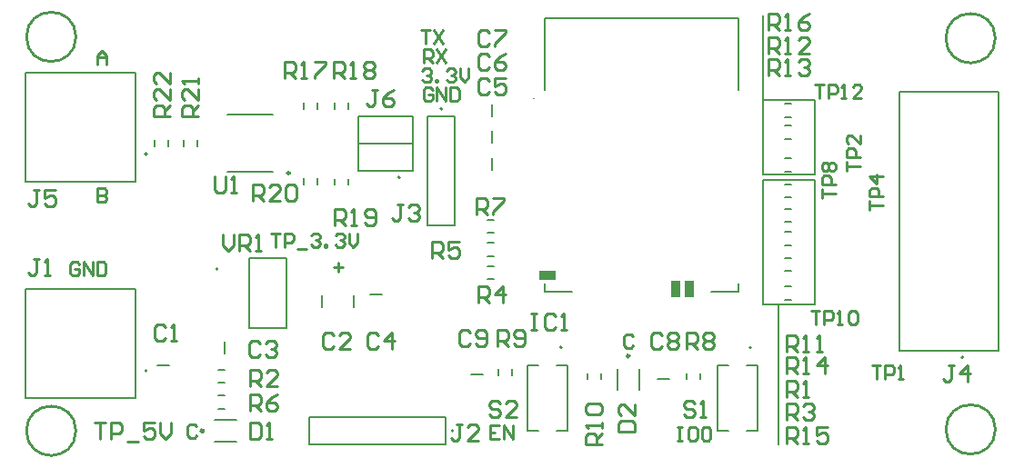
<source format=gto>
G04*
G04 #@! TF.GenerationSoftware,Altium Limited,Altium Designer,25.4.2 (15)*
G04*
G04 Layer_Color=65535*
%FSLAX44Y44*%
%MOMM*%
G71*
G04*
G04 #@! TF.SameCoordinates,8EE26F3C-D7A1-4C18-BBE8-6C97D16B18D0*
G04*
G04*
G04 #@! TF.FilePolarity,Positive*
G04*
G01*
G75*
%ADD10C,0.2000*%
%ADD11C,0.1000*%
%ADD12C,0.3000*%
%ADD13C,0.2540*%
%ADD14R,1.5000X0.9000*%
%ADD15R,0.9000X1.5000*%
%ADD16C,0.1270*%
%ADD17C,0.1524*%
D10*
X401200Y26670D02*
G03*
X401200Y26670I-1000J0D01*
G01*
X876030Y95100D02*
G03*
X876030Y95100I-1000J0D01*
G01*
X182100Y177440D02*
G03*
X182100Y177440I-1000J0D01*
G01*
X678580Y104350D02*
G03*
X678580Y104350I-1000J0D01*
G01*
X502050D02*
G03*
X502050Y104350I-1000J0D01*
G01*
X390890Y326740D02*
G03*
X390890Y326740I-1000J0D01*
G01*
X351520Y262740D02*
G03*
X351520Y262740I-1000J0D01*
G01*
X115880Y82550D02*
G03*
X115880Y82550I-1000J0D01*
G01*
Y284480D02*
G03*
X115880Y284480I-1000J0D01*
G01*
X266700Y13970D02*
Y39370D01*
X393700Y13970D02*
Y39370D01*
X266700D02*
X393700D01*
X266700Y13970D02*
X393700D01*
X312420Y294640D02*
X363220D01*
X125310Y87630D02*
X136310D01*
X689610Y335280D02*
Y414020D01*
Y265430D02*
Y335280D01*
X737870D01*
Y265430D02*
Y335280D01*
X689610Y265430D02*
X737870D01*
X703580Y13970D02*
Y144780D01*
X708237D01*
X690880D02*
X708237D01*
X689610D02*
Y260350D01*
X737870D01*
Y144780D02*
Y260350D01*
X689610Y144780D02*
X737870D01*
X486450Y343950D02*
Y411450D01*
X666450D01*
Y343950D02*
Y411450D01*
Y156450D02*
Y163950D01*
X641450Y156450D02*
X666450D01*
X486450D02*
X511450D01*
X486450D02*
Y163950D01*
X908680Y101600D02*
Y342900D01*
X815980Y101600D02*
Y342900D01*
X908680D01*
X815980Y101600D02*
X908680D01*
X591400Y75040D02*
X602400D01*
X417410Y78850D02*
X428410D01*
X377190Y218440D02*
Y320040D01*
X402590Y218440D02*
Y320040D01*
X377190Y218440D02*
X402590D01*
X377190Y320040D02*
X402590D01*
X436880Y270090D02*
Y281090D01*
Y295490D02*
Y306490D01*
Y319620D02*
Y330620D01*
X312420Y269240D02*
X363220D01*
X312420Y320040D02*
X363220D01*
X312420Y269240D02*
Y320040D01*
X363220Y269240D02*
Y320040D01*
X323430Y153670D02*
X334430D01*
X187960Y98640D02*
Y109640D01*
D11*
X475450Y336550D02*
G03*
X476450Y336550I500J0D01*
G01*
D02*
G03*
X475450Y336550I-500J0D01*
G01*
D12*
X564880Y96520D02*
G03*
X564880Y96520I-1000J0D01*
G01*
X168230Y26670D02*
G03*
X168230Y26670I-1000J0D01*
G01*
D13*
X248920Y266700D02*
G03*
X248920Y266700I-1270J0D01*
G01*
X49670Y26670D02*
G03*
X49670Y26670I-23000J0D01*
G01*
Y393700D02*
G03*
X49670Y393700I-23000J0D01*
G01*
X905650Y392430D02*
G03*
X905650Y392430I-23000J0D01*
G01*
Y27940D02*
G03*
X905650Y27940I-23000J0D01*
G01*
X289560Y179392D02*
X297824D01*
X293692Y183524D02*
Y175260D01*
X568334Y114470D02*
X566268Y116536D01*
X562136D01*
X560070Y114470D01*
Y106206D01*
X562136Y104140D01*
X566268D01*
X568334Y106206D01*
X52714Y181780D02*
X50648Y183846D01*
X46516D01*
X44450Y181780D01*
Y173516D01*
X46516Y171450D01*
X50648D01*
X52714Y173516D01*
Y177648D01*
X48582D01*
X56846Y171450D02*
Y183846D01*
X65110Y171450D01*
Y183846D01*
X69242D02*
Y171450D01*
X75440D01*
X77506Y173516D01*
Y181780D01*
X75440Y183846D01*
X69242D01*
X69850Y252426D02*
Y240030D01*
X76048D01*
X78114Y242096D01*
Y244162D01*
X76048Y246228D01*
X69850D01*
X76048D01*
X78114Y248294D01*
Y250360D01*
X76048Y252426D01*
X69850D01*
Y368300D02*
Y376564D01*
X73982Y380696D01*
X78114Y376564D01*
Y368300D01*
Y374498D01*
X69850D01*
X372110Y362120D02*
X374176Y364186D01*
X378308D01*
X380374Y362120D01*
Y360054D01*
X378308Y357988D01*
X376242D01*
X378308D01*
X380374Y355922D01*
Y353856D01*
X378308Y351790D01*
X374176D01*
X372110Y353856D01*
X384506Y351790D02*
Y353856D01*
X386572D01*
Y351790D01*
X384506D01*
X394836Y362120D02*
X396902Y364186D01*
X401034D01*
X403100Y362120D01*
Y360054D01*
X401034Y357988D01*
X398968D01*
X401034D01*
X403100Y355922D01*
Y353856D01*
X401034Y351790D01*
X396902D01*
X394836Y353856D01*
X407232Y364186D02*
Y355922D01*
X411364Y351790D01*
X415496Y355922D01*
Y364186D01*
X381644Y344340D02*
X379578Y346406D01*
X375446D01*
X373380Y344340D01*
Y336076D01*
X375446Y334010D01*
X379578D01*
X381644Y336076D01*
Y340208D01*
X377512D01*
X385776Y334010D02*
Y346406D01*
X394040Y334010D01*
Y346406D01*
X398172D02*
Y334010D01*
X404370D01*
X406436Y336076D01*
Y344340D01*
X404370Y346406D01*
X398172D01*
X373380Y369570D02*
Y381966D01*
X379578D01*
X381644Y379900D01*
Y375768D01*
X379578Y373702D01*
X373380D01*
X377512D02*
X381644Y369570D01*
X385776Y381966D02*
X394040Y369570D01*
Y381966D02*
X385776Y369570D01*
X370840Y399746D02*
X379104D01*
X374972D01*
Y387350D01*
X383236Y399746D02*
X391500Y387350D01*
Y399746D02*
X383236Y387350D01*
X609600Y30176D02*
X613732D01*
X611666D01*
Y17780D01*
X609600D01*
X613732D01*
X626128Y30176D02*
X621996D01*
X619930Y28110D01*
Y19846D01*
X621996Y17780D01*
X626128D01*
X628194Y19846D01*
Y28110D01*
X626128Y30176D01*
X632326Y28110D02*
X634392Y30176D01*
X638524D01*
X640590Y28110D01*
Y19846D01*
X638524Y17780D01*
X634392D01*
X632326Y19846D01*
Y28110D01*
X443874Y31446D02*
X435610D01*
Y19050D01*
X443874D01*
X435610Y25248D02*
X439742D01*
X448006Y19050D02*
Y31446D01*
X456270Y19050D01*
Y31446D01*
X161934Y30650D02*
X159868Y32716D01*
X155736D01*
X153670Y30650D01*
Y22386D01*
X155736Y20320D01*
X159868D01*
X161934Y22386D01*
X231493Y210431D02*
X239757D01*
X235625D01*
Y198035D01*
X243889D02*
Y210431D01*
X250087D01*
X252153Y208365D01*
Y204233D01*
X250087Y202167D01*
X243889D01*
X256285Y195969D02*
X264549D01*
X268681Y208365D02*
X270747Y210431D01*
X274879D01*
X276945Y208365D01*
Y206299D01*
X274879Y204233D01*
X272813D01*
X274879D01*
X276945Y202167D01*
Y200101D01*
X274879Y198035D01*
X270747D01*
X268681Y200101D01*
X281077Y198035D02*
Y200101D01*
X283143D01*
Y198035D01*
X281077D01*
X291407Y208365D02*
X293473Y210431D01*
X297605D01*
X299671Y208365D01*
Y206299D01*
X297605Y204233D01*
X295539D01*
X297605D01*
X299671Y202167D01*
Y200101D01*
X297605Y198035D01*
X293473D01*
X291407Y200101D01*
X303803Y210431D02*
Y202167D01*
X307935Y198035D01*
X312067Y202167D01*
Y210431D01*
X186696Y209548D02*
Y199391D01*
X191774Y194312D01*
X196852Y199391D01*
Y209548D01*
X201931Y194312D02*
Y209548D01*
X209548D01*
X212088Y207008D01*
Y201930D01*
X209548Y199391D01*
X201931D01*
X207009D02*
X212088Y194312D01*
X217166D02*
X222244D01*
X219705D01*
Y209548D01*
X217166Y207008D01*
X179073Y264158D02*
Y251462D01*
X181612Y248923D01*
X186691D01*
X189230Y251462D01*
Y264158D01*
X194308Y248923D02*
X199387D01*
X196848D01*
Y264158D01*
X194308Y261618D01*
X733957Y138278D02*
X742221D01*
X738089D01*
Y125882D01*
X746353D02*
Y138278D01*
X752551D01*
X754617Y136212D01*
Y132080D01*
X752551Y130014D01*
X746353D01*
X758749Y125882D02*
X762881D01*
X760815D01*
Y138278D01*
X758749Y136212D01*
X769079D02*
X771145Y138278D01*
X775277D01*
X777343Y136212D01*
Y127948D01*
X775277Y125882D01*
X771145D01*
X769079Y127948D01*
Y136212D01*
X67322Y34287D02*
X77478D01*
X72400D01*
Y19052D01*
X82557D02*
Y34287D01*
X90174D01*
X92713Y31748D01*
Y26670D01*
X90174Y24130D01*
X82557D01*
X97792Y16513D02*
X107948D01*
X123183Y34287D02*
X113027D01*
Y26670D01*
X118105Y29209D01*
X120644D01*
X123183Y26670D01*
Y21591D01*
X120644Y19052D01*
X115566D01*
X113027Y21591D01*
X128262Y34287D02*
Y24130D01*
X133340Y19052D01*
X138419Y24130D01*
Y34287D01*
X744372Y243822D02*
Y252086D01*
Y247954D01*
X756768D01*
Y256218D02*
X744372D01*
Y262416D01*
X746438Y264482D01*
X750570D01*
X752636Y262416D01*
Y256218D01*
X746438Y268614D02*
X744372Y270680D01*
Y274812D01*
X746438Y276878D01*
X748504D01*
X750570Y274812D01*
X752636Y276878D01*
X754702D01*
X756768Y274812D01*
Y270680D01*
X754702Y268614D01*
X752636D01*
X750570Y270680D01*
X748504Y268614D01*
X746438D01*
X750570Y270680D02*
Y274812D01*
X790718Y87478D02*
X798982D01*
X794850D01*
Y75082D01*
X803114D02*
Y87478D01*
X809312D01*
X811378Y85412D01*
Y81280D01*
X809312Y79214D01*
X803114D01*
X815510Y75082D02*
X819642D01*
X817576D01*
Y87478D01*
X815510Y85412D01*
X788822Y232392D02*
Y240656D01*
Y236524D01*
X801218D01*
Y244788D02*
X788822D01*
Y250986D01*
X790888Y253052D01*
X795020D01*
X797086Y250986D01*
Y244788D01*
X801218Y263382D02*
X788822D01*
X795020Y257184D01*
Y265448D01*
X737767Y349098D02*
X746031D01*
X741899D01*
Y336702D01*
X750163D02*
Y349098D01*
X756361D01*
X758427Y347032D01*
Y342900D01*
X756361Y340834D01*
X750163D01*
X762559Y336702D02*
X766691D01*
X764625D01*
Y349098D01*
X762559Y347032D01*
X781153Y336702D02*
X772889D01*
X781153Y344966D01*
Y347032D01*
X779087Y349098D01*
X774955D01*
X772889Y347032D01*
X767232Y269222D02*
Y277486D01*
Y273354D01*
X779628D01*
Y281618D02*
X767232D01*
Y287816D01*
X769298Y289882D01*
X773430D01*
X775496Y287816D01*
Y281618D01*
X779628Y302278D02*
Y294014D01*
X771364Y302278D01*
X769298D01*
X767232Y300212D01*
Y296080D01*
X769298Y294014D01*
X444501Y52068D02*
X441962Y54608D01*
X436883D01*
X434344Y52068D01*
Y49529D01*
X436883Y46990D01*
X441962D01*
X444501Y44451D01*
Y41912D01*
X441962Y39372D01*
X436883D01*
X434344Y41912D01*
X459736Y39372D02*
X449579D01*
X459736Y49529D01*
Y52068D01*
X457197Y54608D01*
X452118D01*
X449579Y52068D01*
X626110D02*
X623571Y54608D01*
X618493D01*
X615953Y52068D01*
Y49529D01*
X618493Y46990D01*
X623571D01*
X626110Y44451D01*
Y41912D01*
X623571Y39372D01*
X618493D01*
X615953Y41912D01*
X631188Y39372D02*
X636267D01*
X633728D01*
Y54608D01*
X631188Y52068D01*
X137157Y320047D02*
X121922D01*
Y327664D01*
X124462Y330203D01*
X129540D01*
X132079Y327664D01*
Y320047D01*
Y325125D02*
X137157Y330203D01*
Y345438D02*
Y335282D01*
X127001Y345438D01*
X124462D01*
X121922Y342899D01*
Y337821D01*
X124462Y335282D01*
X137157Y360673D02*
Y350517D01*
X127001Y360673D01*
X124462D01*
X121922Y358134D01*
Y353056D01*
X124462Y350517D01*
X163827Y320046D02*
X148592D01*
Y327663D01*
X151132Y330202D01*
X156210D01*
X158749Y327663D01*
Y320046D01*
Y325124D02*
X163827Y330202D01*
Y345438D02*
Y335281D01*
X153671Y345438D01*
X151132D01*
X148592Y342898D01*
Y337820D01*
X151132Y335281D01*
X163827Y350516D02*
Y355594D01*
Y353055D01*
X148592D01*
X151132Y350516D01*
X214637Y241303D02*
Y256537D01*
X222254D01*
X224793Y253998D01*
Y248920D01*
X222254Y246381D01*
X214637D01*
X219715D02*
X224793Y241303D01*
X240028D02*
X229872D01*
X240028Y251459D01*
Y253998D01*
X237489Y256537D01*
X232411D01*
X229872Y253998D01*
X245107D02*
X247646Y256537D01*
X252724D01*
X255263Y253998D01*
Y243842D01*
X252724Y241303D01*
X247646D01*
X245107Y243842D01*
Y253998D01*
X290836Y218442D02*
Y233678D01*
X298454D01*
X300993Y231138D01*
Y226060D01*
X298454Y223521D01*
X290836D01*
X295914D02*
X300993Y218442D01*
X306071D02*
X311150D01*
X308610D01*
Y233678D01*
X306071Y231138D01*
X318767Y220982D02*
X321306Y218442D01*
X326385D01*
X328924Y220982D01*
Y231138D01*
X326385Y233678D01*
X321306D01*
X318767Y231138D01*
Y228599D01*
X321306Y226060D01*
X328924D01*
X289566Y355602D02*
Y370838D01*
X297184D01*
X299723Y368298D01*
Y363220D01*
X297184Y360681D01*
X289566D01*
X294645D02*
X299723Y355602D01*
X304801D02*
X309880D01*
X307340D01*
Y370838D01*
X304801Y368298D01*
X317497D02*
X320036Y370838D01*
X325115D01*
X327654Y368298D01*
Y365759D01*
X325115Y363220D01*
X327654Y360681D01*
Y358142D01*
X325115Y355602D01*
X320036D01*
X317497Y358142D01*
Y360681D01*
X320036Y363220D01*
X317497Y365759D01*
Y368298D01*
X320036Y363220D02*
X325115D01*
X243846Y355602D02*
Y370838D01*
X251464D01*
X254003Y368298D01*
Y363220D01*
X251464Y360681D01*
X243846D01*
X248925D02*
X254003Y355602D01*
X259081D02*
X264160D01*
X261620D01*
Y370838D01*
X259081Y368298D01*
X271777Y370838D02*
X281934D01*
Y368298D01*
X271777Y358142D01*
Y355602D01*
X694696Y400052D02*
Y415288D01*
X702314D01*
X704853Y412748D01*
Y407670D01*
X702314Y405131D01*
X694696D01*
X699774D02*
X704853Y400052D01*
X709931D02*
X715010D01*
X712470D01*
Y415288D01*
X709931Y412748D01*
X732784Y415288D02*
X727706Y412748D01*
X722627Y407670D01*
Y402592D01*
X725166Y400052D01*
X730245D01*
X732784Y402592D01*
Y405131D01*
X730245Y407670D01*
X722627D01*
X711206Y15243D02*
Y30477D01*
X718824D01*
X721363Y27938D01*
Y22860D01*
X718824Y20321D01*
X711206D01*
X716284D02*
X721363Y15243D01*
X726441D02*
X731520D01*
X728980D01*
Y30477D01*
X726441Y27938D01*
X749294Y30477D02*
X739137D01*
Y22860D01*
X744215Y25399D01*
X746755D01*
X749294Y22860D01*
Y17782D01*
X746755Y15243D01*
X741676D01*
X739137Y17782D01*
X711206Y80013D02*
Y95247D01*
X718824D01*
X721363Y92708D01*
Y87630D01*
X718824Y85091D01*
X711206D01*
X716284D02*
X721363Y80013D01*
X726441D02*
X731520D01*
X728980D01*
Y95247D01*
X726441Y92708D01*
X746755Y80013D02*
Y95247D01*
X739137Y87630D01*
X749294D01*
X694696Y358143D02*
Y373377D01*
X702314D01*
X704853Y370838D01*
Y365760D01*
X702314Y363221D01*
X694696D01*
X699774D02*
X704853Y358143D01*
X709931D02*
X715010D01*
X712470D01*
Y373377D01*
X709931Y370838D01*
X722627D02*
X725166Y373377D01*
X730245D01*
X732784Y370838D01*
Y368299D01*
X730245Y365760D01*
X727706D01*
X730245D01*
X732784Y363221D01*
Y360682D01*
X730245Y358143D01*
X725166D01*
X722627Y360682D01*
X694696Y378462D02*
Y393698D01*
X702314D01*
X704853Y391158D01*
Y386080D01*
X702314Y383541D01*
X694696D01*
X699774D02*
X704853Y378462D01*
X709931D02*
X715010D01*
X712470D01*
Y393698D01*
X709931Y391158D01*
X732784Y378462D02*
X722627D01*
X732784Y388619D01*
Y391158D01*
X730245Y393698D01*
X725166D01*
X722627Y391158D01*
X711205Y100332D02*
Y115568D01*
X718823D01*
X721362Y113028D01*
Y107950D01*
X718823Y105411D01*
X711205D01*
X716284D02*
X721362Y100332D01*
X726440D02*
X731519D01*
X728980D01*
Y115568D01*
X726440Y113028D01*
X739136Y100332D02*
X744215D01*
X741675D01*
Y115568D01*
X739136Y113028D01*
X539748Y13976D02*
X524512D01*
Y21594D01*
X527052Y24133D01*
X532130D01*
X534669Y21594D01*
Y13976D01*
Y19054D02*
X539748Y24133D01*
Y29211D02*
Y34290D01*
Y31750D01*
X524512D01*
X527052Y29211D01*
Y41907D02*
X524512Y44446D01*
Y49525D01*
X527052Y52064D01*
X537208D01*
X539748Y49525D01*
Y44446D01*
X537208Y41907D01*
X527052D01*
X441964Y105413D02*
Y120647D01*
X449582D01*
X452121Y118108D01*
Y113030D01*
X449582Y110491D01*
X441964D01*
X447043D02*
X452121Y105413D01*
X457199Y107952D02*
X459738Y105413D01*
X464817D01*
X467356Y107952D01*
Y118108D01*
X464817Y120647D01*
X459738D01*
X457199Y118108D01*
Y115569D01*
X459738Y113030D01*
X467356D01*
X618494Y102872D02*
Y118108D01*
X626112D01*
X628651Y115568D01*
Y110490D01*
X626112Y107951D01*
X618494D01*
X623573D02*
X628651Y102872D01*
X633729Y115568D02*
X636268Y118108D01*
X641347D01*
X643886Y115568D01*
Y113029D01*
X641347Y110490D01*
X643886Y107951D01*
Y105412D01*
X641347Y102872D01*
X636268D01*
X633729Y105412D01*
Y107951D01*
X636268Y110490D01*
X633729Y113029D01*
Y115568D01*
X636268Y110490D02*
X641347D01*
X422914Y228603D02*
Y243838D01*
X430532D01*
X433071Y241298D01*
Y236220D01*
X430532Y233681D01*
X422914D01*
X427993D02*
X433071Y228603D01*
X438149Y243838D02*
X448306D01*
Y241298D01*
X438149Y231142D01*
Y228603D01*
X212094Y45722D02*
Y60957D01*
X219712D01*
X222251Y58418D01*
Y53340D01*
X219712Y50801D01*
X212094D01*
X217173D02*
X222251Y45722D01*
X237486Y60957D02*
X232407Y58418D01*
X227329Y53340D01*
Y48262D01*
X229868Y45722D01*
X234947D01*
X237486Y48262D01*
Y50801D01*
X234947Y53340D01*
X227329D01*
X381324Y187962D02*
Y203197D01*
X388942D01*
X391481Y200658D01*
Y195580D01*
X388942Y193041D01*
X381324D01*
X386403D02*
X391481Y187962D01*
X406716Y203197D02*
X396559D01*
Y195580D01*
X401637Y198119D01*
X404177D01*
X406716Y195580D01*
Y190502D01*
X404177Y187962D01*
X399098D01*
X396559Y190502D01*
X424184Y146053D02*
Y161287D01*
X431802D01*
X434341Y158748D01*
Y153670D01*
X431802Y151131D01*
X424184D01*
X429263D02*
X434341Y146053D01*
X447037D02*
Y161287D01*
X439419Y153670D01*
X449576D01*
X711204Y36832D02*
Y52067D01*
X718822D01*
X721361Y49528D01*
Y44450D01*
X718822Y41911D01*
X711204D01*
X716283D02*
X721361Y36832D01*
X726439Y49528D02*
X728978Y52067D01*
X734057D01*
X736596Y49528D01*
Y46989D01*
X734057Y44450D01*
X731517D01*
X734057D01*
X736596Y41911D01*
Y39372D01*
X734057Y36832D01*
X728978D01*
X726439Y39372D01*
X212094Y68583D02*
Y83818D01*
X219712D01*
X222251Y81278D01*
Y76200D01*
X219712Y73661D01*
X212094D01*
X217173D02*
X222251Y68583D01*
X237486D02*
X227329D01*
X237486Y78739D01*
Y81278D01*
X234947Y83818D01*
X229868D01*
X227329Y81278D01*
X711203Y58422D02*
Y73657D01*
X718821D01*
X721360Y71118D01*
Y66040D01*
X718821Y63501D01*
X711203D01*
X716282D02*
X721360Y58422D01*
X726438D02*
X731517D01*
X728978D01*
Y73657D01*
X726438Y71118D01*
X330201Y344168D02*
X325122D01*
X327662D01*
Y331472D01*
X325122Y328932D01*
X322583D01*
X320044Y331472D01*
X345436Y344168D02*
X340358Y341628D01*
X335279Y336550D01*
Y331472D01*
X337818Y328932D01*
X342897D01*
X345436Y331472D01*
Y334011D01*
X342897Y336550D01*
X335279D01*
X15241Y251458D02*
X10163D01*
X12702D01*
Y238762D01*
X10163Y236222D01*
X7623D01*
X5084Y238762D01*
X30476Y251458D02*
X20319D01*
Y243840D01*
X25398Y246379D01*
X27937D01*
X30476Y243840D01*
Y238762D01*
X27937Y236222D01*
X22858D01*
X20319Y238762D01*
X867411Y87627D02*
X862333D01*
X864872D01*
Y74932D01*
X862333Y72393D01*
X859793D01*
X857254Y74932D01*
X880107Y72393D02*
Y87627D01*
X872489Y80010D01*
X882646D01*
X354331Y237488D02*
X349253D01*
X351792D01*
Y224792D01*
X349253Y222253D01*
X346713D01*
X344174Y224792D01*
X359409Y234948D02*
X361948Y237488D01*
X367027D01*
X369566Y234948D01*
Y232409D01*
X367027Y229870D01*
X364487D01*
X367027D01*
X369566Y227331D01*
Y224792D01*
X367027Y222253D01*
X361948D01*
X359409Y224792D01*
X408941Y33017D02*
X403862D01*
X406402D01*
Y20322D01*
X403862Y17782D01*
X401323D01*
X398784Y20322D01*
X424176Y17782D02*
X414019D01*
X424176Y27939D01*
Y30478D01*
X421637Y33017D01*
X416558D01*
X414019Y30478D01*
X15240Y186688D02*
X10162D01*
X12701D01*
Y173992D01*
X10162Y171453D01*
X7623D01*
X5083Y173992D01*
X20318Y171453D02*
X25397D01*
X22858D01*
Y186688D01*
X20318Y184148D01*
X473715Y135887D02*
X478794D01*
X476255D01*
Y120653D01*
X473715D01*
X478794D01*
X496568Y133348D02*
X494029Y135887D01*
X488950D01*
X486411Y133348D01*
Y123192D01*
X488950Y120653D01*
X494029D01*
X496568Y123192D01*
X501646Y120653D02*
X506725D01*
X504185D01*
Y135887D01*
X501646Y133348D01*
X554992Y26264D02*
X570228D01*
Y33882D01*
X567688Y36421D01*
X557532D01*
X554992Y33882D01*
Y26264D01*
X570228Y51656D02*
Y41499D01*
X560071Y51656D01*
X557532D01*
X554992Y49117D01*
Y44038D01*
X557532Y41499D01*
X212093Y34288D02*
Y19052D01*
X219711D01*
X222250Y21592D01*
Y31748D01*
X219711Y34288D01*
X212093D01*
X227328Y19052D02*
X232407D01*
X229868D01*
Y34288D01*
X227328Y31748D01*
X416561Y118108D02*
X414022Y120647D01*
X408943D01*
X406404Y118108D01*
Y107952D01*
X408943Y105413D01*
X414022D01*
X416561Y107952D01*
X421639D02*
X424178Y105413D01*
X429257D01*
X431796Y107952D01*
Y118108D01*
X429257Y120647D01*
X424178D01*
X421639Y118108D01*
Y115569D01*
X424178Y113030D01*
X431796D01*
X595631Y115568D02*
X593092Y118108D01*
X588013D01*
X585474Y115568D01*
Y105412D01*
X588013Y102872D01*
X593092D01*
X595631Y105412D01*
X600709Y115568D02*
X603248Y118108D01*
X608327D01*
X610866Y115568D01*
Y113029D01*
X608327Y110490D01*
X610866Y107951D01*
Y105412D01*
X608327Y102872D01*
X603248D01*
X600709Y105412D01*
Y107951D01*
X603248Y110490D01*
X600709Y113029D01*
Y115568D01*
X603248Y110490D02*
X608327D01*
X434341Y397508D02*
X431802Y400047D01*
X426723D01*
X424184Y397508D01*
Y387352D01*
X426723Y384813D01*
X431802D01*
X434341Y387352D01*
X439419Y400047D02*
X449576D01*
Y397508D01*
X439419Y387352D01*
Y384813D01*
X434341Y375918D02*
X431802Y378457D01*
X426723D01*
X424184Y375918D01*
Y365762D01*
X426723Y363223D01*
X431802D01*
X434341Y365762D01*
X449576Y378457D02*
X444497Y375918D01*
X439419Y370840D01*
Y365762D01*
X441958Y363223D01*
X447037D01*
X449576Y365762D01*
Y368301D01*
X447037Y370840D01*
X439419D01*
X434341Y353058D02*
X431802Y355597D01*
X426723D01*
X424184Y353058D01*
Y342902D01*
X426723Y340363D01*
X431802D01*
X434341Y342902D01*
X449576Y355597D02*
X439419D01*
Y347980D01*
X444497Y350519D01*
X447037D01*
X449576Y347980D01*
Y342902D01*
X447037Y340363D01*
X441958D01*
X439419Y342902D01*
X331471Y115568D02*
X328932Y118108D01*
X323853D01*
X321314Y115568D01*
Y105412D01*
X323853Y102872D01*
X328932D01*
X331471Y105412D01*
X344167Y102872D02*
Y118108D01*
X336549Y110490D01*
X346706D01*
X220981Y107948D02*
X218442Y110487D01*
X213363D01*
X210824Y107948D01*
Y97792D01*
X213363Y95253D01*
X218442D01*
X220981Y97792D01*
X226059Y107948D02*
X228598Y110487D01*
X233677D01*
X236216Y107948D01*
Y105409D01*
X233677Y102870D01*
X231138D01*
X233677D01*
X236216Y100331D01*
Y97792D01*
X233677Y95253D01*
X228598D01*
X226059Y97792D01*
X289561Y115568D02*
X287022Y118108D01*
X281943D01*
X279404Y115568D01*
Y105412D01*
X281943Y102872D01*
X287022D01*
X289561Y105412D01*
X304796Y102872D02*
X294639D01*
X304796Y113029D01*
Y115568D01*
X302257Y118108D01*
X297178D01*
X294639Y115568D01*
X133350Y123188D02*
X130811Y125728D01*
X125732D01*
X123193Y123188D01*
Y113032D01*
X125732Y110492D01*
X130811D01*
X133350Y113032D01*
X138428Y110492D02*
X143507D01*
X140968D01*
Y125728D01*
X138428Y123188D01*
D14*
X488950Y171450D02*
D03*
D15*
X620900Y158950D02*
D03*
X608200D02*
D03*
D16*
X211100Y187440D02*
X246100D01*
Y122440D02*
Y187440D01*
X211100Y122440D02*
X246100D01*
X211100D02*
Y187440D01*
X432810Y210920D02*
X438410D01*
X432810Y223420D02*
X438410D01*
X432810Y189330D02*
X438410D01*
X432810Y201830D02*
X438410D01*
X709670Y148690D02*
X715270D01*
X709670Y161190D02*
X715270D01*
X432810Y167740D02*
X438410D01*
X432810Y180240D02*
X438410D01*
X709670Y268070D02*
X715270D01*
X709670Y280570D02*
X715270D01*
X709670Y221080D02*
X715270D01*
X709670Y233580D02*
X715270D01*
X709670Y243940D02*
X715270D01*
X709670Y256440D02*
X715270D01*
X709670Y211990D02*
X715270D01*
X709670Y199490D02*
X715270D01*
X709670Y187860D02*
X715270D01*
X709670Y175360D02*
X715270D01*
X709670Y311050D02*
X715270D01*
X709670Y298550D02*
X715270D01*
X709670Y318870D02*
X715270D01*
X709670Y331370D02*
X715270D01*
X525880Y74670D02*
Y80270D01*
X538380Y74670D02*
Y80270D01*
X573830Y64520D02*
Y84520D01*
X553930Y64520D02*
Y84520D01*
X646980Y26650D02*
X656980D01*
X646980D02*
Y87650D01*
X656980D01*
X673980Y26650D02*
X683980D01*
Y87650D01*
X673980D02*
X683980D01*
X618590Y74670D02*
Y80270D01*
X631090Y74670D02*
Y80270D01*
X443330Y78480D02*
Y84080D01*
X455830Y78480D02*
Y84080D01*
X470450Y26650D02*
X480450D01*
X470450D02*
Y87650D01*
X480450D01*
X497450Y26650D02*
X507450D01*
Y87650D01*
X497450D02*
X507450D01*
X290930Y326450D02*
Y332050D01*
X303430Y326450D02*
Y332050D01*
Y255960D02*
Y261560D01*
X290930Y255960D02*
Y261560D01*
X261720Y326450D02*
Y332050D01*
X274220Y326450D02*
Y332050D01*
Y256280D02*
Y261880D01*
X261720Y256280D02*
Y261880D01*
X149960Y291840D02*
Y297440D01*
X162460Y291840D02*
Y297440D01*
X123290Y291840D02*
Y297440D01*
X135790Y291840D02*
Y297440D01*
X104880Y57150D02*
Y158750D01*
X2380Y57150D02*
Y158750D01*
X104880D01*
X2380Y57150D02*
X104880D01*
Y259080D02*
Y360680D01*
X2380Y259080D02*
Y360680D01*
X104880D01*
X2380Y259080D02*
X104880D01*
X278370Y141660D02*
Y152660D01*
X308370Y141660D02*
Y152660D01*
X182620Y83720D02*
X188220D01*
X182620Y71220D02*
X188220D01*
X179230Y36620D02*
X199230D01*
X179230Y16720D02*
X199230D01*
X182620Y47090D02*
X188220D01*
X182620Y59590D02*
X188220D01*
D17*
X190754Y321056D02*
X233426D01*
X190754Y268224D02*
X233426D01*
M02*

</source>
